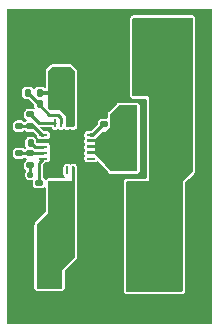
<source format=gtl>
%TF.GenerationSoftware,KiCad,Pcbnew,7.0.1*%
%TF.CreationDate,2023-05-11T16:23:10+02:00*%
%TF.ProjectId,Generic_Buck_Converter,47656e65-7269-4635-9f42-75636b5f436f,rev?*%
%TF.SameCoordinates,Original*%
%TF.FileFunction,Copper,L1,Top*%
%TF.FilePolarity,Positive*%
%FSLAX46Y46*%
G04 Gerber Fmt 4.6, Leading zero omitted, Abs format (unit mm)*
G04 Created by KiCad (PCBNEW 7.0.1) date 2023-05-11 16:23:10*
%MOMM*%
%LPD*%
G01*
G04 APERTURE LIST*
G04 Aperture macros list*
%AMRoundRect*
0 Rectangle with rounded corners*
0 $1 Rounding radius*
0 $2 $3 $4 $5 $6 $7 $8 $9 X,Y pos of 4 corners*
0 Add a 4 corners polygon primitive as box body*
4,1,4,$2,$3,$4,$5,$6,$7,$8,$9,$2,$3,0*
0 Add four circle primitives for the rounded corners*
1,1,$1+$1,$2,$3*
1,1,$1+$1,$4,$5*
1,1,$1+$1,$6,$7*
1,1,$1+$1,$8,$9*
0 Add four rect primitives between the rounded corners*
20,1,$1+$1,$2,$3,$4,$5,0*
20,1,$1+$1,$4,$5,$6,$7,0*
20,1,$1+$1,$6,$7,$8,$9,0*
20,1,$1+$1,$8,$9,$2,$3,0*%
G04 Aperture macros list end*
%TA.AperFunction,SMDPad,CuDef*%
%ADD10RoundRect,0.135000X0.135000X0.185000X-0.135000X0.185000X-0.135000X-0.185000X0.135000X-0.185000X0*%
%TD*%
%TA.AperFunction,SMDPad,CuDef*%
%ADD11RoundRect,0.250000X-0.325000X-1.100000X0.325000X-1.100000X0.325000X1.100000X-0.325000X1.100000X0*%
%TD*%
%TA.AperFunction,SMDPad,CuDef*%
%ADD12RoundRect,0.250000X0.325000X1.100000X-0.325000X1.100000X-0.325000X-1.100000X0.325000X-1.100000X0*%
%TD*%
%TA.AperFunction,SMDPad,CuDef*%
%ADD13R,1.430000X5.500000*%
%TD*%
%TA.AperFunction,SMDPad,CuDef*%
%ADD14RoundRect,0.135000X-0.185000X0.135000X-0.185000X-0.135000X0.185000X-0.135000X0.185000X0.135000X0*%
%TD*%
%TA.AperFunction,SMDPad,CuDef*%
%ADD15RoundRect,0.140000X0.170000X-0.140000X0.170000X0.140000X-0.170000X0.140000X-0.170000X-0.140000X0*%
%TD*%
%TA.AperFunction,SMDPad,CuDef*%
%ADD16RoundRect,0.135000X0.185000X-0.135000X0.185000X0.135000X-0.185000X0.135000X-0.185000X-0.135000X0*%
%TD*%
%TA.AperFunction,SMDPad,CuDef*%
%ADD17RoundRect,0.140000X-0.170000X0.140000X-0.170000X-0.140000X0.170000X-0.140000X0.170000X0.140000X0*%
%TD*%
%TA.AperFunction,SMDPad,CuDef*%
%ADD18RoundRect,0.140000X0.140000X0.170000X-0.140000X0.170000X-0.140000X-0.170000X0.140000X-0.170000X0*%
%TD*%
%TA.AperFunction,SMDPad,CuDef*%
%ADD19RoundRect,0.062500X-0.062500X0.300000X-0.062500X-0.300000X0.062500X-0.300000X0.062500X0.300000X0*%
%TD*%
%TA.AperFunction,SMDPad,CuDef*%
%ADD20RoundRect,0.062500X-0.300000X0.062500X-0.300000X-0.062500X0.300000X-0.062500X0.300000X0.062500X0*%
%TD*%
%TA.AperFunction,ComponentPad*%
%ADD21C,0.550000*%
%TD*%
%TA.AperFunction,SMDPad,CuDef*%
%ADD22R,2.900000X2.900000*%
%TD*%
%TA.AperFunction,ComponentPad*%
%ADD23R,1.700000X1.700000*%
%TD*%
%TA.AperFunction,ComponentPad*%
%ADD24O,1.700000X1.700000*%
%TD*%
%TA.AperFunction,ViaPad*%
%ADD25C,0.550000*%
%TD*%
%TA.AperFunction,Conductor*%
%ADD26C,0.300000*%
%TD*%
%TA.AperFunction,Conductor*%
%ADD27C,0.250000*%
%TD*%
G04 APERTURE END LIST*
D10*
X103000000Y-107300000D03*
X101980000Y-107300000D03*
D11*
X113475000Y-119600000D03*
X116425000Y-119600000D03*
D12*
X111825000Y-119600000D03*
X108875000Y-119600000D03*
D10*
X103000000Y-108250000D03*
X101980000Y-108250000D03*
D12*
X111825000Y-105900000D03*
X108875000Y-105900000D03*
D13*
X110430000Y-111150000D03*
X114470000Y-111150000D03*
D14*
X102200000Y-109140000D03*
X102200000Y-110160000D03*
D11*
X113475000Y-116400000D03*
X116425000Y-116400000D03*
X104275000Y-116100000D03*
X107225000Y-116100000D03*
D15*
X101250000Y-110130000D03*
X101250000Y-109170000D03*
D11*
X104275000Y-107400000D03*
X107225000Y-107400000D03*
D16*
X102200000Y-113460000D03*
X102200000Y-112440000D03*
D17*
X108450000Y-109970000D03*
X108450000Y-110930000D03*
D18*
X102230000Y-111550000D03*
X101270000Y-111550000D03*
D12*
X111825000Y-116400000D03*
X108875000Y-116400000D03*
D14*
X102950000Y-114940000D03*
X102950000Y-115960000D03*
D19*
X106325000Y-109862500D03*
X105825000Y-109862500D03*
X105325000Y-109862500D03*
X104825000Y-109862500D03*
X104325000Y-109862500D03*
D20*
X103312500Y-110875000D03*
X103312500Y-111375000D03*
X103312500Y-111875000D03*
X103312500Y-112375000D03*
X103312500Y-112875000D03*
D19*
X104325000Y-113887500D03*
X104825000Y-113887500D03*
X105325000Y-113887500D03*
X105825000Y-113887500D03*
X106325000Y-113887500D03*
D20*
X107337500Y-112875000D03*
X107337500Y-112375000D03*
X107337500Y-111875000D03*
X107337500Y-111375000D03*
X107337500Y-110875000D03*
D21*
X106475000Y-110725000D03*
X105325000Y-110725000D03*
X104175000Y-110725000D03*
X106475000Y-111875000D03*
X105325000Y-111875000D03*
D22*
X105325000Y-111875000D03*
D21*
X104175000Y-111875000D03*
X106475000Y-113025000D03*
X105325000Y-113025000D03*
X104175000Y-113025000D03*
D23*
X113975000Y-123025000D03*
D24*
X111435000Y-123025000D03*
X108895000Y-123025000D03*
X106355000Y-123025000D03*
X103815000Y-123025000D03*
D14*
X101250000Y-112440000D03*
X101250000Y-113460000D03*
D12*
X111825000Y-102700000D03*
X108875000Y-102700000D03*
D25*
X105400000Y-106200000D03*
X104950000Y-105550000D03*
X104150000Y-105550000D03*
X105000000Y-120000000D03*
X107550000Y-120000000D03*
X117000000Y-102000000D03*
X111700000Y-114250000D03*
X109000000Y-126000000D03*
X107550000Y-118100000D03*
X102000000Y-106000000D03*
X107000000Y-102000000D03*
X101250000Y-114250000D03*
X106950000Y-109350000D03*
X102350000Y-116600000D03*
X104000000Y-126000000D03*
X115000000Y-126000000D03*
X102000000Y-102000000D03*
X117000000Y-106000000D03*
X112600000Y-113600000D03*
X102200000Y-114250000D03*
D26*
X103000000Y-107300000D02*
X104175000Y-107300000D01*
X104175000Y-107300000D02*
X104275000Y-107400000D01*
D27*
X104325000Y-112875000D02*
X105325000Y-111875000D01*
X101250000Y-113460000D02*
X101250000Y-114250000D01*
X103312500Y-111375000D02*
X104825000Y-111375000D01*
X104825000Y-113887500D02*
X104825000Y-112375000D01*
X106325000Y-109862500D02*
X106325000Y-110875000D01*
X104825000Y-111375000D02*
X105325000Y-111875000D01*
X106325000Y-110875000D02*
X105325000Y-111875000D01*
X104825000Y-112375000D02*
X105325000Y-111875000D01*
X106325000Y-112875000D02*
X105325000Y-111875000D01*
X104325000Y-113887500D02*
X104325000Y-112875000D01*
X106325000Y-113887500D02*
X106325000Y-112875000D01*
X102170000Y-110130000D02*
X102200000Y-110160000D01*
X101250000Y-110130000D02*
X102170000Y-110130000D01*
X103312500Y-110875000D02*
X103175000Y-110875000D01*
X103175000Y-110875000D02*
X102460000Y-110160000D01*
X102460000Y-110160000D02*
X102200000Y-110160000D01*
X102200000Y-113460000D02*
X102200000Y-114250000D01*
D26*
X108427035Y-109950000D02*
X108450000Y-109950000D01*
X107337500Y-110875000D02*
X107502035Y-110875000D01*
X107502035Y-110875000D02*
X108427035Y-109950000D01*
D27*
X102555000Y-111875000D02*
X103312500Y-111875000D01*
X102230000Y-111550000D02*
X102555000Y-111875000D01*
X102200000Y-109140000D02*
X102922500Y-109862500D01*
X102922500Y-109862500D02*
X104325000Y-109862500D01*
X102265000Y-112375000D02*
X103312500Y-112375000D01*
X101250000Y-112440000D02*
X102200000Y-112440000D01*
X102200000Y-112440000D02*
X102265000Y-112375000D01*
X102950000Y-113237500D02*
X103312500Y-112875000D01*
X102950000Y-114940000D02*
X102950000Y-113237500D01*
X104825000Y-109451992D02*
X104825000Y-109862500D01*
X101980000Y-107300000D02*
X102000538Y-107300000D01*
X103000000Y-108250000D02*
X103000000Y-108363173D01*
X102000538Y-107300000D02*
X102950538Y-108250000D01*
X103811827Y-109175000D02*
X104548008Y-109175000D01*
X102950538Y-108250000D02*
X103000000Y-108250000D01*
X103000000Y-108363173D02*
X103811827Y-109175000D01*
X104548008Y-109175000D02*
X104825000Y-109451992D01*
%TA.AperFunction,Conductor*%
G36*
X105597667Y-105105633D02*
G01*
X105621674Y-105121674D01*
X105928326Y-105428326D01*
X105944367Y-105452333D01*
X105950000Y-105480652D01*
X105950000Y-110126000D01*
X105940086Y-110163000D01*
X105913000Y-110190086D01*
X105876000Y-110200000D01*
X105274000Y-110200000D01*
X105237000Y-110190086D01*
X105209914Y-110163000D01*
X105200000Y-110126000D01*
X105200000Y-109300000D01*
X104650000Y-108750000D01*
X103877805Y-108750000D01*
X103849486Y-108744367D01*
X103825479Y-108728326D01*
X103721674Y-108624521D01*
X103705633Y-108600514D01*
X103700000Y-108572195D01*
X103700000Y-105480652D01*
X103705633Y-105452333D01*
X103721674Y-105428326D01*
X104028326Y-105121674D01*
X104052333Y-105105633D01*
X104080652Y-105100000D01*
X105569348Y-105100000D01*
X105597667Y-105105633D01*
G37*
%TD.AperFunction*%
%TA.AperFunction,Conductor*%
G36*
X105913000Y-113559914D02*
G01*
X105940086Y-113587000D01*
X105950000Y-113624000D01*
X105950000Y-121215596D01*
X105944692Y-121243118D01*
X105929528Y-121266691D01*
X104900000Y-122345243D01*
X104900000Y-123819348D01*
X104894367Y-123847667D01*
X104878326Y-123871674D01*
X104871674Y-123878326D01*
X104847667Y-123894367D01*
X104819348Y-123900000D01*
X102830652Y-123900000D01*
X102802333Y-123894367D01*
X102778326Y-123878326D01*
X102771674Y-123871674D01*
X102755633Y-123847667D01*
X102750000Y-123819348D01*
X102750000Y-118554647D01*
X102754783Y-118528476D01*
X102768512Y-118505687D01*
X103700000Y-117450000D01*
X103700000Y-114830652D01*
X103705633Y-114802333D01*
X103721674Y-114778326D01*
X103728326Y-114771674D01*
X103752333Y-114755633D01*
X103780652Y-114750000D01*
X105650000Y-114750000D01*
X105700000Y-114700000D01*
X105700000Y-113624000D01*
X105709914Y-113587000D01*
X105737000Y-113559914D01*
X105774000Y-113550000D01*
X105876000Y-113550000D01*
X105913000Y-113559914D01*
G37*
%TD.AperFunction*%
%TA.AperFunction,Conductor*%
G36*
X111197667Y-108355633D02*
G01*
X111221674Y-108371674D01*
X111228326Y-108378326D01*
X111244367Y-108402333D01*
X111250000Y-108430652D01*
X111250000Y-113869348D01*
X111244367Y-113897667D01*
X111228326Y-113921674D01*
X111221674Y-113928326D01*
X111197667Y-113944367D01*
X111169348Y-113950000D01*
X108983908Y-113950000D01*
X108953082Y-113943274D01*
X108927860Y-113924318D01*
X108906896Y-113900000D01*
X108516419Y-113447047D01*
X107899260Y-112731141D01*
X107894506Y-112721397D01*
X107893419Y-112722124D01*
X107827111Y-112622887D01*
X107785536Y-112595107D01*
X107770601Y-112581897D01*
X107762043Y-112571970D01*
X107700000Y-112500000D01*
X107699999Y-112500000D01*
X107074000Y-112500000D01*
X107037000Y-112490086D01*
X107009914Y-112463000D01*
X107000000Y-112426000D01*
X107000000Y-112324000D01*
X107009914Y-112287000D01*
X107037000Y-112259914D01*
X107074000Y-112250000D01*
X107700000Y-112250000D01*
X107700000Y-112000000D01*
X107074000Y-112000000D01*
X107037000Y-111990086D01*
X107009914Y-111963000D01*
X107000000Y-111926000D01*
X107000000Y-111824000D01*
X107009914Y-111787000D01*
X107037000Y-111759914D01*
X107074000Y-111750000D01*
X107700000Y-111750000D01*
X107700000Y-111500000D01*
X107074000Y-111500000D01*
X107037000Y-111490086D01*
X107009914Y-111463000D01*
X107000000Y-111426000D01*
X107000000Y-111324074D01*
X107009926Y-111287053D01*
X107037043Y-111259964D01*
X107074074Y-111250074D01*
X107690207Y-111250687D01*
X107690207Y-111250686D01*
X107690208Y-111250687D01*
X107779520Y-111160683D01*
X107790901Y-111151306D01*
X107827112Y-111127112D01*
X107852580Y-111088995D01*
X107861566Y-111078003D01*
X108251911Y-110684639D01*
X108275894Y-110668492D01*
X108304232Y-110662766D01*
X108553588Y-110662100D01*
X108950000Y-110320789D01*
X108950000Y-110224410D01*
X108953006Y-110210847D01*
X108952485Y-110210779D01*
X108953971Y-110199488D01*
X108953972Y-110199487D01*
X108960500Y-110149901D01*
X108960499Y-109790100D01*
X108953972Y-109740513D01*
X108952486Y-109729220D01*
X108953006Y-109729151D01*
X108950000Y-109715589D01*
X108950000Y-109130652D01*
X108955633Y-109102333D01*
X108971674Y-109078326D01*
X109678326Y-108371674D01*
X109702333Y-108355633D01*
X109730652Y-108350000D01*
X111169348Y-108350000D01*
X111197667Y-108355633D01*
G37*
%TD.AperFunction*%
%TA.AperFunction,Conductor*%
G36*
X115897667Y-100955633D02*
G01*
X115921674Y-100971674D01*
X115928326Y-100978326D01*
X115944367Y-101002333D01*
X115950000Y-101030652D01*
X115950000Y-113968026D01*
X115943930Y-113997377D01*
X115926717Y-114021913D01*
X115100000Y-114799999D01*
X115100000Y-124069348D01*
X115094367Y-124097667D01*
X115078326Y-124121674D01*
X115071674Y-124128326D01*
X115047667Y-124144367D01*
X115019348Y-124150000D01*
X110380652Y-124150000D01*
X110352333Y-124144367D01*
X110328326Y-124128326D01*
X110321674Y-124121674D01*
X110305633Y-124097667D01*
X110300000Y-124069348D01*
X110300000Y-114880550D01*
X110305599Y-114852315D01*
X110321547Y-114828351D01*
X110328322Y-114821544D01*
X110352350Y-114805421D01*
X110380726Y-114799746D01*
X112200000Y-114798715D01*
X112250000Y-114750000D01*
X112250000Y-107650000D01*
X112200000Y-107600000D01*
X112199999Y-107600000D01*
X110932354Y-107603649D01*
X110902693Y-107597537D01*
X110877964Y-107580056D01*
X110869823Y-107571306D01*
X110855134Y-107547981D01*
X110850000Y-107520899D01*
X110850000Y-101030652D01*
X110855633Y-101002333D01*
X110871674Y-100978326D01*
X110878326Y-100971674D01*
X110902333Y-100955633D01*
X110930652Y-100950000D01*
X115869348Y-100950000D01*
X115897667Y-100955633D01*
G37*
%TD.AperFunction*%
%TA.AperFunction,Conductor*%
G36*
X117562500Y-100210414D02*
G01*
X117589586Y-100237500D01*
X117599500Y-100274500D01*
X117599500Y-126775500D01*
X117589586Y-126812500D01*
X117562500Y-126839586D01*
X117525500Y-126849500D01*
X100274500Y-126849500D01*
X100237500Y-126839586D01*
X100210414Y-126812500D01*
X100200500Y-126775500D01*
X100200500Y-112614316D01*
X100729500Y-112614316D01*
X100735932Y-112663173D01*
X100785935Y-112770404D01*
X100869596Y-112854065D01*
X100976827Y-112904068D01*
X101025684Y-112910500D01*
X101474315Y-112910500D01*
X101474316Y-112910500D01*
X101523173Y-112904068D01*
X101630404Y-112854065D01*
X101672673Y-112811795D01*
X101705847Y-112792642D01*
X101744153Y-112792642D01*
X101777326Y-112811795D01*
X101819593Y-112854063D01*
X101819594Y-112854063D01*
X101819596Y-112854065D01*
X101881504Y-112882933D01*
X101912641Y-112910240D01*
X101924230Y-112950000D01*
X101912641Y-112989760D01*
X101881504Y-113017066D01*
X101856835Y-113028570D01*
X101819595Y-113045935D01*
X101735935Y-113129595D01*
X101735934Y-113129596D01*
X101735935Y-113129596D01*
X101685932Y-113236827D01*
X101679500Y-113285684D01*
X101679500Y-113634316D01*
X101685932Y-113683173D01*
X101735935Y-113790404D01*
X101812119Y-113866588D01*
X101830795Y-113898065D01*
X101832102Y-113934642D01*
X101815721Y-113967371D01*
X101795870Y-113990281D01*
X101739068Y-114114658D01*
X101719610Y-114250000D01*
X101739068Y-114385341D01*
X101795870Y-114509719D01*
X101885410Y-114613055D01*
X101928629Y-114640829D01*
X102000439Y-114686978D01*
X102044170Y-114699818D01*
X102131631Y-114725500D01*
X102131633Y-114725500D01*
X102268366Y-114725500D01*
X102268367Y-114725500D01*
X102334652Y-114706037D01*
X102379703Y-114707110D01*
X102415779Y-114734116D01*
X102429500Y-114777040D01*
X102429500Y-115114316D01*
X102435932Y-115163173D01*
X102485935Y-115270404D01*
X102569596Y-115354065D01*
X102676827Y-115404068D01*
X102725684Y-115410500D01*
X103174315Y-115410500D01*
X103174316Y-115410500D01*
X103223173Y-115404068D01*
X103330404Y-115354065D01*
X103368174Y-115316294D01*
X103406063Y-115296043D01*
X103448819Y-115300254D01*
X103482029Y-115327509D01*
X103494500Y-115368621D01*
X103494500Y-117344319D01*
X103489717Y-117370490D01*
X103475988Y-117393279D01*
X102614419Y-118369725D01*
X102592489Y-118399640D01*
X102578756Y-118422435D01*
X102552630Y-118491530D01*
X102547848Y-118517699D01*
X102547848Y-118517702D01*
X102544500Y-118554647D01*
X102544500Y-123819348D01*
X102548449Y-123859439D01*
X102548450Y-123859444D01*
X102554082Y-123887758D01*
X102584766Y-123961838D01*
X102600804Y-123985842D01*
X102626361Y-124016981D01*
X102633018Y-124023638D01*
X102664157Y-124049195D01*
X102688161Y-124065233D01*
X102688162Y-124065233D01*
X102688163Y-124065234D01*
X102762242Y-124095918D01*
X102790561Y-124101551D01*
X102830652Y-124105500D01*
X104819344Y-124105500D01*
X104819348Y-124105500D01*
X104859439Y-124101551D01*
X104887758Y-124095918D01*
X104951905Y-124069348D01*
X110094500Y-124069348D01*
X110098449Y-124109439D01*
X110098450Y-124109444D01*
X110104082Y-124137758D01*
X110134766Y-124211838D01*
X110150804Y-124235842D01*
X110176361Y-124266981D01*
X110183018Y-124273638D01*
X110214157Y-124299195D01*
X110238161Y-124315233D01*
X110238162Y-124315233D01*
X110238163Y-124315234D01*
X110312242Y-124345918D01*
X110340561Y-124351551D01*
X110380652Y-124355500D01*
X115019344Y-124355500D01*
X115019348Y-124355500D01*
X115059439Y-124351551D01*
X115087758Y-124345918D01*
X115161837Y-124315234D01*
X115169839Y-124309887D01*
X115185842Y-124299195D01*
X115199446Y-124288028D01*
X115216984Y-124273636D01*
X115223636Y-124266984D01*
X115249193Y-124235844D01*
X115249195Y-124235842D01*
X115265233Y-124211838D01*
X115265234Y-124211837D01*
X115295918Y-124137758D01*
X115301551Y-124109439D01*
X115305500Y-124069348D01*
X115305500Y-114920763D01*
X115311570Y-114891412D01*
X115328783Y-114866876D01*
X115618453Y-114594245D01*
X116067559Y-114171558D01*
X116094947Y-114139933D01*
X116112160Y-114115397D01*
X116145172Y-114038995D01*
X116151242Y-114009644D01*
X116155500Y-113968026D01*
X116155500Y-101030652D01*
X116151551Y-100990561D01*
X116145918Y-100962242D01*
X116115234Y-100888163D01*
X116115233Y-100888161D01*
X116099195Y-100864157D01*
X116073638Y-100833018D01*
X116066981Y-100826361D01*
X116035842Y-100800804D01*
X116011838Y-100784766D01*
X115937758Y-100754082D01*
X115909444Y-100748450D01*
X115909439Y-100748449D01*
X115869348Y-100744500D01*
X110930652Y-100744500D01*
X110890561Y-100748449D01*
X110890556Y-100748449D01*
X110890555Y-100748450D01*
X110862241Y-100754082D01*
X110788161Y-100784766D01*
X110764157Y-100800804D01*
X110733018Y-100826361D01*
X110726361Y-100833018D01*
X110700804Y-100864157D01*
X110684766Y-100888161D01*
X110654082Y-100962241D01*
X110654082Y-100962242D01*
X110648449Y-100990561D01*
X110644500Y-101030652D01*
X110644500Y-107520899D01*
X110648096Y-107559174D01*
X110653230Y-107586256D01*
X110681243Y-107657490D01*
X110695932Y-107680815D01*
X110719371Y-107711286D01*
X110727512Y-107720036D01*
X110743426Y-107733948D01*
X110759340Y-107747862D01*
X110782261Y-107764064D01*
X110784070Y-107765343D01*
X110861219Y-107798808D01*
X110890880Y-107804920D01*
X110922360Y-107808084D01*
X110932944Y-107809148D01*
X110932945Y-107809147D01*
X110932946Y-107809148D01*
X110949651Y-107809099D01*
X111970287Y-107806162D01*
X112007377Y-107816005D01*
X112034550Y-107843101D01*
X112044500Y-107880162D01*
X112044500Y-114519345D01*
X112034593Y-114556333D01*
X112007524Y-114583417D01*
X111970542Y-114593344D01*
X111846410Y-114593415D01*
X110380609Y-114594245D01*
X110340426Y-114598235D01*
X110317725Y-114602775D01*
X110312049Y-114603911D01*
X110290067Y-114613055D01*
X110237846Y-114634777D01*
X110213814Y-114650903D01*
X110182669Y-114676576D01*
X110175895Y-114683381D01*
X110150469Y-114714497D01*
X110134520Y-114738462D01*
X110104024Y-114812342D01*
X110098424Y-114840579D01*
X110095843Y-114866876D01*
X110094500Y-114880550D01*
X110094500Y-124069348D01*
X104951905Y-124069348D01*
X104961837Y-124065234D01*
X104969839Y-124059886D01*
X104985842Y-124049195D01*
X104999446Y-124038028D01*
X105016984Y-124023636D01*
X105023636Y-124016984D01*
X105049193Y-123985844D01*
X105049195Y-123985842D01*
X105065233Y-123961838D01*
X105065234Y-123961837D01*
X105095918Y-123887758D01*
X105101551Y-123859439D01*
X105105500Y-123819348D01*
X105105500Y-122457226D01*
X105110808Y-122429704D01*
X105125972Y-122406131D01*
X106078173Y-121408589D01*
X106078177Y-121408584D01*
X106102357Y-121377868D01*
X106117521Y-121354295D01*
X106146473Y-121282034D01*
X106151781Y-121254512D01*
X106155500Y-121215596D01*
X106155500Y-113624000D01*
X106151132Y-113590819D01*
X106150499Y-113581161D01*
X106150499Y-113561599D01*
X106135240Y-113484883D01*
X106077112Y-113397888D01*
X106042347Y-113374659D01*
X105990117Y-113339760D01*
X105913400Y-113324500D01*
X105736598Y-113324500D01*
X105659881Y-113339759D01*
X105616110Y-113369006D01*
X105574999Y-113381477D01*
X105533888Y-113369006D01*
X105490117Y-113339760D01*
X105490112Y-113339759D01*
X105413400Y-113324500D01*
X105236598Y-113324500D01*
X105159883Y-113339759D01*
X105072888Y-113397887D01*
X105014760Y-113484883D01*
X104999500Y-113561599D01*
X104999500Y-114213401D01*
X105014759Y-114290116D01*
X105014760Y-114290117D01*
X105072888Y-114377112D01*
X105120569Y-114408971D01*
X105149131Y-114445570D01*
X105150271Y-114491981D01*
X105123539Y-114529937D01*
X105079457Y-114544500D01*
X103780652Y-114544500D01*
X103740561Y-114548449D01*
X103740556Y-114548449D01*
X103740555Y-114548450D01*
X103712241Y-114554082D01*
X103638161Y-114584766D01*
X103614157Y-114600804D01*
X103583018Y-114626361D01*
X103576365Y-114633014D01*
X103554415Y-114659759D01*
X103512703Y-114685172D01*
X103464243Y-114679060D01*
X103430148Y-114644086D01*
X103414065Y-114609596D01*
X103330404Y-114525935D01*
X103318224Y-114520255D01*
X103287089Y-114492950D01*
X103275500Y-114453190D01*
X103275500Y-113402978D01*
X103281133Y-113374659D01*
X103297174Y-113350652D01*
X103425653Y-113222173D01*
X103449660Y-113206132D01*
X103477979Y-113200499D01*
X103638401Y-113200499D01*
X103676758Y-113192869D01*
X103715117Y-113185240D01*
X103802112Y-113127112D01*
X103860240Y-113040117D01*
X103875500Y-112963401D01*
X106774500Y-112963401D01*
X106789759Y-113040116D01*
X106837846Y-113112084D01*
X106847888Y-113127112D01*
X106934883Y-113185240D01*
X107011599Y-113200500D01*
X107663400Y-113200499D01*
X107663401Y-113200499D01*
X107701758Y-113192869D01*
X107740117Y-113185240D01*
X107827112Y-113127112D01*
X107835143Y-113115091D01*
X107870046Y-113087159D01*
X107914667Y-113084424D01*
X107952720Y-113107886D01*
X108772207Y-114058493D01*
X108781284Y-114066981D01*
X108804395Y-114088594D01*
X108829617Y-114107550D01*
X108909274Y-114144050D01*
X108940100Y-114150776D01*
X108958874Y-114152800D01*
X108983904Y-114155500D01*
X108983908Y-114155500D01*
X111169344Y-114155500D01*
X111169348Y-114155500D01*
X111209439Y-114151551D01*
X111237758Y-114145918D01*
X111311837Y-114115234D01*
X111323337Y-114107550D01*
X111335842Y-114099195D01*
X111349446Y-114088028D01*
X111366984Y-114073636D01*
X111373636Y-114066984D01*
X111388029Y-114049446D01*
X111399195Y-114035842D01*
X111415233Y-114011838D01*
X111415234Y-114011837D01*
X111445918Y-113937758D01*
X111451551Y-113909439D01*
X111455500Y-113869348D01*
X111455500Y-108430652D01*
X111451551Y-108390561D01*
X111445918Y-108362242D01*
X111415234Y-108288163D01*
X111415233Y-108288161D01*
X111399195Y-108264157D01*
X111373638Y-108233018D01*
X111366981Y-108226361D01*
X111335842Y-108200804D01*
X111311838Y-108184766D01*
X111237758Y-108154082D01*
X111209444Y-108148450D01*
X111209439Y-108148449D01*
X111169348Y-108144500D01*
X109730652Y-108144500D01*
X109690561Y-108148449D01*
X109690556Y-108148449D01*
X109690555Y-108148450D01*
X109662241Y-108154082D01*
X109588161Y-108184766D01*
X109564157Y-108200804D01*
X109533018Y-108226361D01*
X108826361Y-108933018D01*
X108800804Y-108964157D01*
X108784766Y-108988161D01*
X108754082Y-109062241D01*
X108748450Y-109090555D01*
X108744500Y-109130656D01*
X108744500Y-109416257D01*
X108732911Y-109456018D01*
X108701773Y-109483324D01*
X108664751Y-109489022D01*
X108664751Y-109489500D01*
X108661644Y-109489500D01*
X108660840Y-109489623D01*
X108659901Y-109489500D01*
X108659897Y-109489500D01*
X108240098Y-109489500D01*
X108190514Y-109496027D01*
X108081684Y-109546776D01*
X107996776Y-109631684D01*
X107946028Y-109740514D01*
X107939500Y-109790100D01*
X107939500Y-109911200D01*
X107933867Y-109939519D01*
X107917826Y-109963526D01*
X107378527Y-110502826D01*
X107354520Y-110518867D01*
X107326201Y-110524500D01*
X107308460Y-110524500D01*
X107250899Y-110534105D01*
X107222118Y-110538908D01*
X107219024Y-110540583D01*
X107183807Y-110549500D01*
X107011598Y-110549500D01*
X106934883Y-110564759D01*
X106847888Y-110622887D01*
X106789760Y-110709883D01*
X106774500Y-110786599D01*
X106774500Y-110963401D01*
X106789759Y-111040116D01*
X106819006Y-111083888D01*
X106831477Y-111125000D01*
X106819007Y-111166111D01*
X106789760Y-111209883D01*
X106774500Y-111286599D01*
X106774500Y-111463401D01*
X106789759Y-111540116D01*
X106819006Y-111583888D01*
X106831477Y-111625000D01*
X106819007Y-111666111D01*
X106789760Y-111709883D01*
X106774500Y-111786599D01*
X106774500Y-111963401D01*
X106789759Y-112040116D01*
X106819006Y-112083888D01*
X106831477Y-112125000D01*
X106819007Y-112166111D01*
X106789760Y-112209883D01*
X106774500Y-112286599D01*
X106774500Y-112463401D01*
X106789759Y-112540116D01*
X106819006Y-112583888D01*
X106831477Y-112625000D01*
X106819007Y-112666111D01*
X106789760Y-112709883D01*
X106774500Y-112786599D01*
X106774500Y-112963401D01*
X103875500Y-112963401D01*
X103875499Y-112786600D01*
X103871302Y-112765500D01*
X103860240Y-112709883D01*
X103830993Y-112666111D01*
X103818522Y-112624999D01*
X103830993Y-112583888D01*
X103860240Y-112540117D01*
X103875500Y-112463401D01*
X103875499Y-112286600D01*
X103860240Y-112209883D01*
X103830993Y-112166111D01*
X103818522Y-112124999D01*
X103830993Y-112083888D01*
X103860240Y-112040117D01*
X103875500Y-111963401D01*
X103875499Y-111786600D01*
X103870188Y-111759900D01*
X103860240Y-111709883D01*
X103802112Y-111622888D01*
X103743744Y-111583888D01*
X103715117Y-111564760D01*
X103638401Y-111549500D01*
X102784499Y-111549500D01*
X102747499Y-111539586D01*
X102720413Y-111512500D01*
X102710499Y-111475500D01*
X102710499Y-111340099D01*
X102703972Y-111290514D01*
X102703972Y-111290513D01*
X102653224Y-111181684D01*
X102568316Y-111096776D01*
X102459487Y-111046028D01*
X102409900Y-111039500D01*
X102050098Y-111039500D01*
X102000514Y-111046027D01*
X101919322Y-111083888D01*
X101891684Y-111096776D01*
X101806776Y-111181684D01*
X101757854Y-111286599D01*
X101756028Y-111290514D01*
X101749500Y-111340099D01*
X101749500Y-111759901D01*
X101756027Y-111809485D01*
X101756028Y-111809487D01*
X101806776Y-111918316D01*
X101806778Y-111918318D01*
X101814670Y-111926211D01*
X101833822Y-111959383D01*
X101833821Y-111997688D01*
X101814670Y-112030860D01*
X101777327Y-112068204D01*
X101744153Y-112087357D01*
X101705848Y-112087358D01*
X101672674Y-112068205D01*
X101630404Y-112025935D01*
X101523173Y-111975932D01*
X101474316Y-111969500D01*
X101025684Y-111969500D01*
X100976827Y-111975932D01*
X100923211Y-112000933D01*
X100869595Y-112025935D01*
X100785935Y-112109595D01*
X100785934Y-112109596D01*
X100785935Y-112109596D01*
X100735932Y-112216827D01*
X100729500Y-112265684D01*
X100729500Y-112614316D01*
X100200500Y-112614316D01*
X100200500Y-110309901D01*
X100739500Y-110309901D01*
X100746027Y-110359485D01*
X100746028Y-110359487D01*
X100796776Y-110468316D01*
X100881684Y-110553224D01*
X100990513Y-110603972D01*
X101040099Y-110610500D01*
X101459900Y-110610499D01*
X101459901Y-110610499D01*
X101476428Y-110608323D01*
X101509487Y-110603972D01*
X101618316Y-110553224D01*
X101656211Y-110515328D01*
X101689382Y-110496177D01*
X101727688Y-110496177D01*
X101760858Y-110515327D01*
X101819596Y-110574065D01*
X101926827Y-110624068D01*
X101975684Y-110630500D01*
X102424312Y-110630500D01*
X102424316Y-110630500D01*
X102428658Y-110629928D01*
X102462103Y-110633222D01*
X102490643Y-110650969D01*
X102727826Y-110888152D01*
X102743867Y-110912158D01*
X102749500Y-110940476D01*
X102749500Y-110963401D01*
X102764759Y-111040116D01*
X102821476Y-111125000D01*
X102822888Y-111127112D01*
X102909883Y-111185240D01*
X102986599Y-111200500D01*
X103122400Y-111200499D01*
X103141558Y-111203021D01*
X103146193Y-111204264D01*
X103146193Y-111204263D01*
X103146194Y-111204264D01*
X103171802Y-111202023D01*
X103185995Y-111200781D01*
X103192444Y-111200500D01*
X103352981Y-111200500D01*
X103352987Y-111200499D01*
X103638401Y-111200499D01*
X103676758Y-111192869D01*
X103715117Y-111185240D01*
X103802112Y-111127112D01*
X103860240Y-111040117D01*
X103875500Y-110963401D01*
X103875499Y-110786600D01*
X103860240Y-110709883D01*
X103802112Y-110622888D01*
X103715117Y-110564760D01*
X103638401Y-110549500D01*
X103340478Y-110549500D01*
X103312159Y-110543867D01*
X103288152Y-110527826D01*
X103074652Y-110314326D01*
X103054400Y-110276437D01*
X103058611Y-110233681D01*
X103085866Y-110200471D01*
X103126978Y-110188000D01*
X103938690Y-110188000D01*
X103985635Y-110204797D01*
X104011268Y-110247564D01*
X104014759Y-110265116D01*
X104044683Y-110309901D01*
X104072888Y-110352112D01*
X104159883Y-110410240D01*
X104236599Y-110425500D01*
X104413400Y-110425499D01*
X104413401Y-110425499D01*
X104451758Y-110417869D01*
X104490117Y-110410240D01*
X104533888Y-110380992D01*
X104575000Y-110368522D01*
X104616111Y-110380992D01*
X104659883Y-110410240D01*
X104736599Y-110425500D01*
X104913400Y-110425499D01*
X104913401Y-110425499D01*
X104951758Y-110417869D01*
X104990117Y-110410240D01*
X105033888Y-110380992D01*
X105075000Y-110368522D01*
X105116111Y-110380992D01*
X105159883Y-110410240D01*
X105236599Y-110425500D01*
X105413400Y-110425499D01*
X105413401Y-110425499D01*
X105504554Y-110407369D01*
X105505062Y-110409927D01*
X105519659Y-110405500D01*
X105630342Y-110405500D01*
X105644938Y-110409925D01*
X105645447Y-110407368D01*
X105659881Y-110410239D01*
X105659883Y-110410240D01*
X105736599Y-110425500D01*
X105913400Y-110425499D01*
X105913401Y-110425499D01*
X105951758Y-110417869D01*
X105990117Y-110410240D01*
X106077112Y-110352112D01*
X106135240Y-110265117D01*
X106150500Y-110188401D01*
X106150499Y-110168831D01*
X106151132Y-110159172D01*
X106155500Y-110125998D01*
X106155500Y-105480656D01*
X106155500Y-105480652D01*
X106151551Y-105440561D01*
X106145918Y-105412242D01*
X106115234Y-105338163D01*
X106115233Y-105338161D01*
X106099195Y-105314157D01*
X106073638Y-105283018D01*
X105766981Y-104976361D01*
X105735842Y-104950804D01*
X105711838Y-104934766D01*
X105637758Y-104904082D01*
X105609444Y-104898450D01*
X105609439Y-104898449D01*
X105569348Y-104894500D01*
X104080652Y-104894500D01*
X104040561Y-104898449D01*
X104040556Y-104898449D01*
X104040555Y-104898450D01*
X104012241Y-104904082D01*
X103938161Y-104934766D01*
X103914157Y-104950804D01*
X103883018Y-104976361D01*
X103576361Y-105283018D01*
X103550804Y-105314157D01*
X103534766Y-105338161D01*
X103504082Y-105412241D01*
X103498450Y-105440555D01*
X103494500Y-105480656D01*
X103494500Y-106821379D01*
X103482029Y-106862491D01*
X103448819Y-106889746D01*
X103406063Y-106893957D01*
X103368174Y-106873705D01*
X103330404Y-106835935D01*
X103223173Y-106785932D01*
X103174316Y-106779500D01*
X102825684Y-106779500D01*
X102776827Y-106785932D01*
X102723211Y-106810933D01*
X102669595Y-106835935D01*
X102585935Y-106919595D01*
X102557067Y-106981504D01*
X102529760Y-107012641D01*
X102490000Y-107024230D01*
X102450240Y-107012641D01*
X102422933Y-106981504D01*
X102394065Y-106919596D01*
X102310404Y-106835935D01*
X102203173Y-106785932D01*
X102154316Y-106779500D01*
X101805684Y-106779500D01*
X101756827Y-106785932D01*
X101703211Y-106810933D01*
X101649595Y-106835935D01*
X101565935Y-106919595D01*
X101565934Y-106919596D01*
X101565935Y-106919596D01*
X101515932Y-107026827D01*
X101509500Y-107075684D01*
X101509500Y-107524316D01*
X101515932Y-107573173D01*
X101565935Y-107680404D01*
X101649596Y-107764065D01*
X101756827Y-107814068D01*
X101805684Y-107820500D01*
X102030060Y-107820500D01*
X102058379Y-107826133D01*
X102082386Y-107842174D01*
X102507826Y-108267614D01*
X102523867Y-108291621D01*
X102529500Y-108319940D01*
X102529500Y-108474315D01*
X102535932Y-108523173D01*
X102558924Y-108572480D01*
X102565501Y-108611006D01*
X102551534Y-108647510D01*
X102520920Y-108671807D01*
X102482199Y-108677120D01*
X102424316Y-108669500D01*
X101975684Y-108669500D01*
X101926827Y-108675932D01*
X101873211Y-108700933D01*
X101819595Y-108725935D01*
X101735935Y-108809595D01*
X101735934Y-108809596D01*
X101735935Y-108809596D01*
X101685932Y-108916827D01*
X101679500Y-108965684D01*
X101679500Y-109314316D01*
X101685932Y-109363173D01*
X101735935Y-109470404D01*
X101819596Y-109554065D01*
X101881504Y-109582933D01*
X101912641Y-109610240D01*
X101924230Y-109650000D01*
X101912641Y-109689760D01*
X101881504Y-109717066D01*
X101863435Y-109725492D01*
X101819594Y-109745935D01*
X101790860Y-109774670D01*
X101757687Y-109793822D01*
X101719382Y-109793822D01*
X101686209Y-109774669D01*
X101657475Y-109745935D01*
X101618316Y-109706776D01*
X101509487Y-109656028D01*
X101459900Y-109649500D01*
X101040098Y-109649500D01*
X100990514Y-109656027D01*
X100881684Y-109706776D01*
X100796776Y-109791684D01*
X100746028Y-109900514D01*
X100739500Y-109950099D01*
X100739500Y-110309901D01*
X100200500Y-110309901D01*
X100200500Y-100274500D01*
X100210414Y-100237500D01*
X100237500Y-100210414D01*
X100274500Y-100200500D01*
X117525500Y-100200500D01*
X117562500Y-100210414D01*
G37*
%TD.AperFunction*%
M02*

</source>
